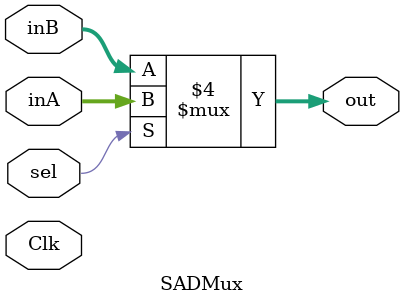
<source format=v>
`timescale 1ns / 1ps


module SADMux(Clk, out, inA, inB, sel);

    output reg [31:0] out;
    
    input [31:0] inA, inB;
    input Clk, sel;

    /* Fill in the implementation here ... */ 
    always @ (inA, sel)
        begin
            if (sel == 0)
             out <= inB;
           
             else 
             out <= inA;
            
    end

endmodule

</source>
